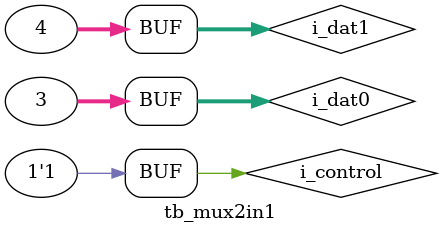
<source format=v>
`timescale 1ns / 1ps


module tb_mux2in1;

	// Inputs
	reg [31:0] i_dat0;
	reg [31:0] i_dat1;
	reg i_control;

	// Outputs
	wire [31:0] o_dat;

	// Instantiate the Unit Under Test (UUT)
	mux2in1 uut (
		.i_dat0(i_dat0), 
		.i_dat1(i_dat1), 
		.i_control(i_control), 
		.o_dat(o_dat)
	);

	initial begin
		// Initialize Inputs
		i_dat0 = 0;
		i_dat1 = 0;
		i_control = 0;

		// Wait 100 ns for global reset to finish
		#100;
 		i_dat0 = 1;
		i_dat1 = 2;
		i_control = 0;       
        
        #10;
		i_control = 1;         

		#10;
 		i_dat0 = 3;
		i_dat1 = 4;
		i_control = 0;  
        
 		#10;
		i_control = 1; 
        
	end
      
endmodule


</source>
